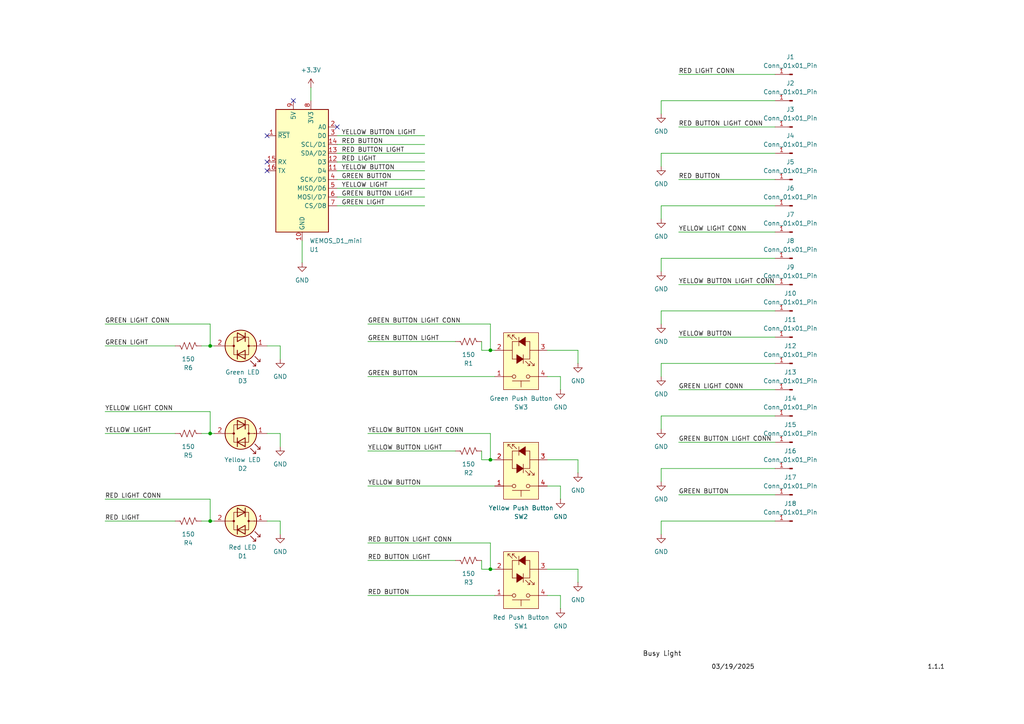
<source format=kicad_sch>
(kicad_sch (version 20250114) (generator "eeschema") (generator_version "9.0")
  (paper "A4")
  (lib_symbols
    (symbol "Connector:Conn_01x01_Pin" (pin_names (offset 1.016) (hide yes))
      (property "Reference" "J" (at 0 2.54 0))
      (property "Value" "Conn_01x01_Pin" (at 0 -2.54 0))
      (symbol "Conn_01x01_Pin_1_1"
        (rectangle (start 0.8636 0.127) (end 0 -0.127) (stroke (width 0.1524)) (fill (type outline)))
        (polyline (pts (xy 1.27 0) (xy 0.8636 0)) (stroke (width 0.1524)))
        (pin passive line (at 5.08 0 180) (length 3.81) (name "Pin_1") (number "1"))
      )
    )
    (symbol "Device:LED_Dual_Bidirectional" (pin_names (offset 0) (hide yes))
      (property "Reference" "D" (at 0 5.715 0))
      (property "Value" "LED_Dual_Bidirectional" (at 0 -6.35 0))
      (symbol "LED_Dual_Bidirectional_0_1"
        (polyline (pts (xy -4.572 0) (xy -2.54 0)))
        (circle (center -2.032 0) (radius 0.254) (fill (type outline)))
        (polyline (pts (xy -2.032 0) (xy -2.54 0)))
        (polyline (pts (xy -1.016 3.81) (xy -1.016 1.27)) (stroke (width 0.254)))
        (polyline (pts (xy -1.016 -1.27) (xy -1.016 -3.81) (xy 1.27 -2.54) (xy -1.016 -1.27)) (stroke (width 0.254)))
        (circle (center 0 0) (radius 4.572) (stroke (width 0.254)) (fill (type background)))
        (polyline (pts (xy 1.27 3.81) (xy 1.27 1.27) (xy -1.016 2.54) (xy 1.27 3.81)) (stroke (width 0.254)))
        (polyline (pts (xy 1.27 -1.27) (xy 1.27 -3.81)) (stroke (width 0.254)))
        (polyline (pts (xy 2.286 2.54) (xy -2.032 2.54) (xy -2.032 -2.54) (xy 2.286 -2.54) (xy 2.286 2.54)))
        (circle (center 2.286 0) (radius 0.254) (fill (type outline)))
        (polyline (pts (xy 2.794 4.318) (xy 4.318 5.842) (xy 3.556 5.842)) (stroke (width 0.2032)))
        (polyline (pts (xy 4.064 3.048) (xy 5.588 4.572) (xy 4.826 4.572)) (stroke (width 0.2032)))
        (polyline (pts (xy 4.064 0) (xy 2.286 0)) (fill (type outline)))
        (polyline (pts (xy 4.318 5.842) (xy 4.318 5.08)) (stroke (width 0.2032)))
        (polyline (pts (xy 5.588 4.572) (xy 5.588 3.81)) (stroke (width 0.2032)))
      )
      (symbol "LED_Dual_Bidirectional_1_1"
        (pin input line (at -7.62 0 0) (length 3.048) (name "AK") (number "2"))
        (pin input line (at 7.62 0 180) (length 3.81) (name "KA") (number "1"))
      )
    )
    (symbol "Device:R_US" (pin_numbers (hide yes)) (pin_names (offset 0))
      (property "Reference" "R" (at 2.54 0 90))
      (property "Value" "R_US" (at -2.54 0 90))
      (symbol "R_US_0_1"
        (polyline (pts (xy 0 2.286) (xy 0 2.54)))
        (polyline (pts (xy 0 2.286) (xy 1.016 1.905) (xy 0 1.524) (xy -1.016 1.143) (xy 0 0.762)))
        (polyline (pts (xy 0 0.762) (xy 1.016 0.381) (xy 0 0) (xy -1.016 -0.381) (xy 0 -0.762)))
        (polyline (pts (xy 0 -0.762) (xy 1.016 -1.143) (xy 0 -1.524) (xy -1.016 -1.905) (xy 0 -2.286)))
        (polyline (pts (xy 0 -2.286) (xy 0 -2.54)))
      )
      (symbol "R_US_1_1"
        (pin passive line (at 0 3.81 270) (length 1.27) (name "~") (number "1"))
        (pin passive line (at 0 -3.81 90) (length 1.27) (name "~") (number "2"))
      )
    )
    (symbol "RF_Module:WEMOS_D1_mini"
      (property "Reference" "U" (at 3.81 19.05 0))
      (property "Value" "WEMOS_D1_mini" (at 1.27 -19.05 0))
      (symbol "WEMOS_D1_mini_1_1"
        (rectangle (start -7.62 17.78) (end 7.62 -17.78) (stroke (width 0.254)) (fill (type background)))
        (pin input line (at -10.16 10.16 0) (length 2.54) (name "~{RST}") (number "1"))
        (pin input line (at -10.16 2.54 0) (length 2.54) (name "RX") (number "15"))
        (pin output line (at -10.16 0 0) (length 2.54) (name "TX") (number "16"))
        (pin power_in line (at -2.54 20.32 270) (length 2.54) (name "5V") (number "9"))
        (pin power_in line (at 0 -20.32 90) (length 2.54) (name "GND") (number "10"))
        (pin power_out line (at 2.54 20.32 270) (length 2.54) (name "3V3") (number "8"))
        (pin input line (at 10.16 12.7 180) (length 2.54) (name "A0") (number "2"))
        (pin bidirectional line (at 10.16 10.16 180) (length 2.54) (name "D0") (number "3"))
        (pin bidirectional line (at 10.16 7.62 180) (length 2.54) (name "SCL/D1") (number "14"))
        (pin bidirectional line (at 10.16 5.08 180) (length 2.54) (name "SDA/D2") (number "13"))
        (pin bidirectional line (at 10.16 2.54 180) (length 2.54) (name "D3") (number "12"))
        (pin bidirectional line (at 10.16 0 180) (length 2.54) (name "D4") (number "11"))
        (pin bidirectional line (at 10.16 -2.54 180) (length 2.54) (name "SCK/D5") (number "4"))
        (pin bidirectional line (at 10.16 -5.08 180) (length 2.54) (name "MISO/D6") (number "5"))
        (pin bidirectional line (at 10.16 -7.62 180) (length 2.54) (name "MOSI/D7") (number "6"))
        (pin bidirectional line (at 10.16 -10.16 180) (length 2.54) (name "CS/D8") (number "7"))
      )
    )
    (symbol "Switch:SW_MEC_5G_2LED" (pin_names (offset 1.016) (hide yes))
      (property "Reference" "SW" (at 0 10.16 0))
      (property "Value" "SW_MEC_5G_2LED" (at 0 -8.89 0))
      (symbol "SW_MEC_5G_2LED_0_0"
        (polyline (pts (xy -5.08 5.08) (xy -2.54 5.08)))
        (polyline (pts (xy -5.08 -2.54) (xy -2.54 -2.54)))
        (polyline (pts (xy -3.81 -6.35) (xy -3.81 -6.985) (xy -3.175 -6.985)))
        (polyline (pts (xy -3.81 -6.985) (xy -2.54 -5.715)))
        (polyline (pts (xy -2.54 0) (xy -2.54 -5.08)))
        (polyline (pts (xy -2.54 -5.08) (xy 2.54 -5.08)))
        (polyline (pts (xy -2.54 -6.35) (xy -2.54 -6.985) (xy -1.905 -6.985)))
        (polyline (pts (xy -2.54 -6.985) (xy -1.27 -5.715)))
        (polyline (pts (xy -0.635 -3.81) (xy -0.635 -6.35)))
        (polyline (pts (xy -0.635 -5.08) (xy 1.27 -3.81) (xy 1.27 -6.35) (xy -0.635 -5.08)) (fill (type outline)))
        (polyline (pts (xy 0.635 1.27) (xy 0.635 -1.27)))
        (polyline (pts (xy 0.635 0) (xy -1.27 1.27) (xy -1.27 -1.27) (xy 0.635 0)) (fill (type outline)))
        (polyline (pts (xy 2.54 5.08) (xy 5.08 5.08)))
        (polyline (pts (xy 2.54 1.905) (xy 1.27 0.635)))
        (polyline (pts (xy 2.54 1.27) (xy 2.54 1.905) (xy 1.905 1.905)))
        (polyline (pts (xy 2.54 0) (xy -2.54 0)))
        (polyline (pts (xy 2.54 0) (xy 2.54 -5.08)))
        (polyline (pts (xy 3.81 1.905) (xy 2.54 0.635)))
        (polyline (pts (xy 3.81 1.27) (xy 3.81 1.905) (xy 3.175 1.905)))
        (polyline (pts (xy 5.08 -2.54) (xy 2.54 -2.54)))
      )
      (symbol "SW_MEC_5G_2LED_0_1"
        (circle (center -2.032 5.08) (radius 0.508))
        (polyline (pts (xy 0 6.35) (xy 0 8.128)))
        (circle (center 2.032 5.08) (radius 0.508))
        (polyline (pts (xy 2.54 6.35) (xy -2.54 6.35)))
        (pin passive line (at -7.62 5.08 0) (length 2.54) (name "1") (number "1"))
        (pin passive line (at -7.62 -2.54 0) (length 2.54) (name "2") (number "2"))
        (pin passive line (at 7.62 5.08 180) (length 2.54) (name "A") (number "4"))
        (pin passive line (at 7.62 -2.54 180) (length 2.54) (name "K") (number "3"))
      )
      (symbol "SW_MEC_5G_2LED_1_1"
        (rectangle (start -5.08 8.89) (end 5.08 -7.62) (fill (type background)))
      )
    )
    (symbol "power:+3.3V" (power) (pin_numbers (hide yes)) (pin_names (offset 0) (hide yes))
      (property "Value" "+3.3V" (at 0 3.556 0))
      (symbol "+3.3V_0_1"
        (polyline (pts (xy -0.762 1.27) (xy 0 2.54)))
        (polyline (pts (xy 0 2.54) (xy 0.762 1.27)))
        (polyline (pts (xy 0 0) (xy 0 2.54)))
      )
      (symbol "+3.3V_1_1"
        (pin power_in line (at 0 0 90) (length 0) (name "~") (number "1"))
      )
    )
    (symbol "power:GND" (power) (pin_numbers (hide yes)) (pin_names (offset 0) (hide yes))
      (property "Value" "GND" (at 0 -3.81 0))
      (symbol "GND_0_1"
        (polyline (pts (xy 0 0) (xy 0 -1.27) (xy 1.27 -1.27) (xy 0 -2.54) (xy -1.27 -1.27) (xy 0 -1.27)))
      )
      (symbol "GND_1_1"
        (pin power_in line (at 0 0 270) (length 0) (name "~") (number "1"))
      )
    )
  )
  (text "03/19/2025" (at 212.598 193.548 0) (effects (font (size 1.27 1.27))))
  (text "Busy Light" (at 192.024 189.738 0) (effects (font (size 1.397 1.397))))
  (text "1.1.1" (at 271.526 193.548 0) (effects (font (size 1.27 1.27))))
  (junction (at 60.96 125.73))
  (junction (at 142.24 165.1))
  (junction (at 60.96 151.13))
  (junction (at 60.96 100.33))
  (junction (at 142.24 133.35))
  (junction (at 142.24 101.6))
  (no_connect (at 85.09 29.21))
  (no_connect (at 77.47 46.99))
  (no_connect (at 97.79 36.83))
  (no_connect (at 77.47 49.53))
  (no_connect (at 77.47 39.37))
  (wire (pts (xy 30.48 119.38) (xy 60.96 119.38)))
  (wire (pts (xy 60.96 125.73) (xy 60.96 119.38)))
  (wire (pts (xy 60.96 151.13) (xy 60.96 144.78)))
  (wire (pts (xy 106.68 99.06) (xy 132.08 99.06)))
  (wire (pts (xy 58.42 125.73) (xy 60.96 125.73)))
  (wire (pts (xy 60.96 151.13) (xy 62.23 151.13)))
  (wire (pts (xy 139.7 162.56) (xy 139.7 165.1)))
  (wire (pts (xy 142.24 133.35) (xy 143.51 133.35)))
  (wire (pts (xy 97.79 46.99) (xy 123.19 46.99)))
  (wire (pts (xy 162.56 172.72) (xy 162.56 176.53)))
  (wire (pts (xy 139.7 130.81) (xy 139.7 133.35)))
  (wire (pts (xy 97.79 54.61) (xy 123.19 54.61)))
  (wire (pts (xy 106.68 172.72) (xy 143.51 172.72)))
  (wire (pts (xy 191.77 90.17) (xy 224.79 90.17)))
  (wire (pts (xy 191.77 74.93) (xy 224.79 74.93)))
  (wire (pts (xy 81.28 100.33) (xy 81.28 104.14)))
  (wire (pts (xy 191.77 151.13) (xy 191.77 154.94)))
  (wire (pts (xy 106.68 109.22) (xy 143.51 109.22)))
  (wire (pts (xy 60.96 100.33) (xy 62.23 100.33)))
  (wire (pts (xy 196.85 21.59) (xy 224.79 21.59)))
  (wire (pts (xy 81.28 151.13) (xy 81.28 154.94)))
  (wire (pts (xy 158.75 172.72) (xy 162.56 172.72)))
  (wire (pts (xy 77.47 100.33) (xy 81.28 100.33)))
  (wire (pts (xy 162.56 140.97) (xy 162.56 144.78)))
  (wire (pts (xy 158.75 140.97) (xy 162.56 140.97)))
  (wire (pts (xy 191.77 120.65) (xy 224.79 120.65)))
  (wire (pts (xy 97.79 41.91) (xy 123.19 41.91)))
  (wire (pts (xy 162.56 109.22) (xy 162.56 113.03)))
  (wire (pts (xy 142.24 165.1) (xy 142.24 157.48)))
  (wire (pts (xy 196.85 67.31) (xy 224.79 67.31)))
  (wire (pts (xy 58.42 151.13) (xy 60.96 151.13)))
  (wire (pts (xy 30.48 151.13) (xy 50.8 151.13)))
  (wire (pts (xy 58.42 100.33) (xy 60.96 100.33)))
  (wire (pts (xy 106.68 157.48) (xy 142.24 157.48)))
  (wire (pts (xy 142.24 101.6) (xy 142.24 93.98)))
  (wire (pts (xy 191.77 135.89) (xy 224.79 135.89)))
  (wire (pts (xy 191.77 29.21) (xy 224.79 29.21)))
  (wire (pts (xy 191.77 74.93) (xy 191.77 78.74)))
  (wire (pts (xy 87.63 69.85) (xy 87.63 76.2)))
  (wire (pts (xy 139.7 133.35) (xy 142.24 133.35)))
  (wire (pts (xy 30.48 125.73) (xy 50.8 125.73)))
  (wire (pts (xy 60.96 100.33) (xy 60.96 93.98)))
  (wire (pts (xy 167.64 165.1) (xy 167.64 168.91)))
  (wire (pts (xy 191.77 151.13) (xy 224.79 151.13)))
  (wire (pts (xy 142.24 101.6) (xy 143.51 101.6)))
  (wire (pts (xy 97.79 59.69) (xy 123.19 59.69)))
  (wire (pts (xy 191.77 105.41) (xy 191.77 109.22)))
  (wire (pts (xy 142.24 165.1) (xy 143.51 165.1)))
  (wire (pts (xy 191.77 90.17) (xy 191.77 93.98)))
  (wire (pts (xy 167.64 101.6) (xy 167.64 105.41)))
  (wire (pts (xy 191.77 59.69) (xy 224.79 59.69)))
  (wire (pts (xy 196.85 143.51) (xy 224.79 143.51)))
  (wire (pts (xy 191.77 44.45) (xy 191.77 48.26)))
  (wire (pts (xy 196.85 52.07) (xy 224.79 52.07)))
  (wire (pts (xy 139.7 99.06) (xy 139.7 101.6)))
  (wire (pts (xy 191.77 105.41) (xy 224.79 105.41)))
  (wire (pts (xy 30.48 100.33) (xy 50.8 100.33)))
  (wire (pts (xy 97.79 52.07) (xy 123.19 52.07)))
  (wire (pts (xy 142.24 133.35) (xy 142.24 125.73)))
  (wire (pts (xy 106.68 130.81) (xy 132.08 130.81)))
  (wire (pts (xy 60.96 125.73) (xy 62.23 125.73)))
  (wire (pts (xy 139.7 165.1) (xy 142.24 165.1)))
  (wire (pts (xy 97.79 49.53) (xy 123.19 49.53)))
  (wire (pts (xy 196.85 36.83) (xy 224.79 36.83)))
  (wire (pts (xy 158.75 165.1) (xy 167.64 165.1)))
  (wire (pts (xy 158.75 101.6) (xy 167.64 101.6)))
  (wire (pts (xy 196.85 97.79) (xy 224.79 97.79)))
  (wire (pts (xy 158.75 133.35) (xy 167.64 133.35)))
  (wire (pts (xy 158.75 109.22) (xy 162.56 109.22)))
  (wire (pts (xy 30.48 144.78) (xy 60.96 144.78)))
  (wire (pts (xy 97.79 39.37) (xy 123.19 39.37)))
  (wire (pts (xy 191.77 135.89) (xy 191.77 139.7)))
  (wire (pts (xy 81.28 125.73) (xy 81.28 129.54)))
  (wire (pts (xy 196.85 128.27) (xy 224.79 128.27)))
  (wire (pts (xy 30.48 93.98) (xy 60.96 93.98)))
  (wire (pts (xy 139.7 101.6) (xy 142.24 101.6)))
  (wire (pts (xy 191.77 120.65) (xy 191.77 124.46)))
  (wire (pts (xy 97.79 44.45) (xy 123.19 44.45)))
  (wire (pts (xy 97.79 57.15) (xy 123.19 57.15)))
  (wire (pts (xy 196.85 113.03) (xy 224.79 113.03)))
  (wire (pts (xy 196.85 82.55) (xy 224.79 82.55)))
  (wire (pts (xy 77.47 151.13) (xy 81.28 151.13)))
  (wire (pts (xy 77.47 125.73) (xy 81.28 125.73)))
  (wire (pts (xy 90.17 25.4) (xy 90.17 29.21)))
  (wire (pts (xy 106.68 93.98) (xy 142.24 93.98)))
  (wire (pts (xy 191.77 59.69) (xy 191.77 63.5)))
  (wire (pts (xy 167.64 133.35) (xy 167.64 137.16)))
  (wire (pts (xy 106.68 125.73) (xy 142.24 125.73)))
  (wire (pts (xy 106.68 162.56) (xy 132.08 162.56)))
  (wire (pts (xy 191.77 29.21) (xy 191.77 33.02)))
  (wire (pts (xy 191.77 44.45) (xy 224.79 44.45)))
  (wire (pts (xy 106.68 140.97) (xy 143.51 140.97)))
  (label "YELLOW LIGHT CONN" (at 30.48 119.38 0))
  (label "YELLOW LIGHT" (at 99.06 54.61 0))
  (label "YELLOW BUTTON LIGHT CONN" (at 106.68 125.73 0))
  (label "YELLOW BUTTON" (at 196.85 97.79 0))
  (label "GREEN LIGHT CONN" (at 196.85 113.03 0))
  (label "RED BUTTON LIGHT" (at 106.68 162.56 0))
  (label "RED LIGHT" (at 30.48 151.13 0))
  (label "YELLOW BUTTON" (at 106.68 140.97 0))
  (label "GREEN BUTTON LIGHT" (at 106.68 99.06 0))
  (label "RED BUTTON" (at 196.85 52.07 0))
  (label "YELLOW BUTTON LIGHT CONN" (at 196.85 82.55 0))
  (label "GREEN BUTTON" (at 196.85 143.51 0))
  (label "GREEN BUTTON" (at 106.68 109.22 0))
  (label "RED LIGHT CONN" (at 196.85 21.59 0))
  (label "RED BUTTON LIGHT CONN" (at 196.85 36.83 0))
  (label "YELLOW LIGHT" (at 30.48 125.73 0))
  (label "GREEN BUTTON LIGHT" (at 99.06 57.15 0))
  (label "YELLOW BUTTON LIGHT" (at 106.68 130.81 0))
  (label "GREEN BUTTON" (at 99.06 52.07 0))
  (label "GREEN LIGHT CONN" (at 30.48 93.98 0))
  (label "RED BUTTON" (at 99.06 41.91 0))
  (label "GREEN LIGHT" (at 30.48 100.33 0))
  (label "RED BUTTON" (at 106.68 172.72 0))
  (label "GREEN BUTTON LIGHT CONN" (at 106.68 93.98 0))
  (label "RED LIGHT CONN" (at 30.48 144.78 0))
  (label "RED BUTTON LIGHT" (at 99.06 44.45 0))
  (label "RED BUTTON LIGHT CONN" (at 106.68 157.48 0))
  (label "YELLOW BUTTON" (at 99.06 49.53 0))
  (label "YELLOW BUTTON LIGHT" (at 99.06 39.37 0))
  (label "RED LIGHT" (at 99.06 46.99 0))
  (label "YELLOW LIGHT CONN" (at 196.85 67.31 0))
  (label "GREEN BUTTON LIGHT CONN" (at 196.85 128.27 0))
  (label "GREEN LIGHT" (at 99.06 59.69 0))
  (symbol (lib_id "Device:LED_Dual_Bidirectional") (at 69.85 151.13 0) (mirror x) (unit 1) (on_board no)
    (property "Reference" "D1" (at 70.3453 161.29 0))
    (property "Value" "Red LED" (at 70.3453 158.75 0))
    (property "Footprint" "TerminalBlock_Phoenix:TerminalBlock_Phoenix_MKDS-1,5-6-5.08_1x06_P5.08mm_Horizontal" (effects (hide yes)))
    (property "Description" "Dual LED, bidirectional" (effects (hide yes)))
  )
  (symbol (lib_id "power:GND") (at 87.63 76.2 0) (unit 1)
    (property "Reference" "#PWR02" (effects (hide yes)))
    (property "Value" "GND" (at 87.63 81.28 0))
    (property "Description" "Power symbol creates a global label with name \"GND\" , ground" (effects (hide yes)))
  )
  (symbol (lib_id "power:GND") (at 191.77 78.74 0) (unit 1)
    (property "Reference" "#PWR017" (effects (hide yes)))
    (property "Value" "GND" (at 191.77 83.82 0))
    (property "Description" "Power symbol creates a global label with name \"GND\" , ground" (effects (hide yes)))
  )
  (symbol (lib_id "Connector:Conn_01x01_Pin") (at 229.87 67.31 0) (mirror y) (unit 1)
    (property "Reference" "J7" (at 229.235 62.23 0))
    (property "Value" "Conn_01x01_Pin" (at 229.235 64.77 0))
    (property "Footprint" "Connector_Pin:Pin_D1.3mm_L11.0mm" (effects (hide yes)))
    (property "Description" "Generic connector, single row, 01x01, script generated" (effects (hide yes)))
  )
  (symbol (lib_id "Device:R_US") (at 135.89 99.06 90) (mirror x) (unit 1)
    (property "Reference" "R1" (at 135.89 105.41 90))
    (property "Value" "150" (at 135.89 102.87 90))
    (property "Footprint" "Resistor_THT:R_Axial_DIN0204_L3.6mm_D1.6mm_P7.62mm_Horizontal" (effects (hide yes)))
    (property "Description" "Resistor, US symbol" (effects (hide yes)))
  )
  (symbol (lib_id "Connector:Conn_01x01_Pin") (at 229.87 105.41 0) (mirror y) (unit 1)
    (property "Reference" "J12" (at 229.235 100.33 0))
    (property "Value" "Conn_01x01_Pin" (at 229.235 102.87 0))
    (property "Footprint" "Connector_Pin:Pin_D1.3mm_L11.0mm" (effects (hide yes)))
    (property "Description" "Generic connector, single row, 01x01, script generated" (effects (hide yes)))
  )
  (symbol (lib_id "power:GND") (at 162.56 144.78 0) (unit 1)
    (property "Reference" "#PWR08" (effects (hide yes)))
    (property "Value" "GND" (at 162.56 149.86 0))
    (property "Description" "Power symbol creates a global label with name \"GND\" , ground" (effects (hide yes)))
  )
  (symbol (lib_id "Switch:SW_MEC_5G_2LED") (at 151.13 104.14 0) (mirror x) (unit 1) (on_board no)
    (property "Reference" "SW3" (at 151.13 118.11 0))
    (property "Value" "Green Push Button" (at 151.13 115.57 0))
    (property "Footprint" "TerminalBlock_Phoenix:TerminalBlock_Phoenix_MKDS-1,5-6-5.08_1x06_P5.08mm_Horizontal" (effects (hide yes)))
    (property "Datasheet" "http://www.apem.com/int/index.php?controller=attachment&id_attachment=488" (effects (hide yes)))
    (property "Description" "MEC 5G single pole normally-open illuminated tactile switch with two LEDs" (effects (hide yes)))
  )
  (symbol (lib_id "power:GND") (at 167.64 137.16 0) (unit 1)
    (property "Reference" "#PWR09" (effects (hide yes)))
    (property "Value" "GND" (at 167.64 142.24 0))
    (property "Description" "Power symbol creates a global label with name \"GND\" , ground" (effects (hide yes)))
  )
  (symbol (lib_id "Connector:Conn_01x01_Pin") (at 229.87 59.69 0) (mirror y) (unit 1)
    (property "Reference" "J6" (at 229.235 54.61 0))
    (property "Value" "Conn_01x01_Pin" (at 229.235 57.15 0))
    (property "Footprint" "Connector_Pin:Pin_D1.3mm_L11.0mm" (effects (hide yes)))
    (property "Description" "Generic connector, single row, 01x01, script generated" (effects (hide yes)))
  )
  (symbol (lib_id "Device:R_US") (at 54.61 125.73 90) (mirror x) (unit 1)
    (property "Reference" "R5" (at 54.61 132.08 90))
    (property "Value" "150" (at 54.61 129.54 90))
    (property "Footprint" "Resistor_THT:R_Axial_DIN0204_L3.6mm_D1.6mm_P7.62mm_Horizontal" (effects (hide yes)))
    (property "Description" "Resistor, US symbol" (effects (hide yes)))
  )
  (symbol (lib_id "Switch:SW_MEC_5G_2LED") (at 151.13 167.64 0) (mirror x) (unit 1) (on_board no)
    (property "Reference" "SW1" (at 151.13 181.61 0))
    (property "Value" "Red Push Button" (at 151.13 179.07 0))
    (property "Footprint" "TerminalBlock_Phoenix:TerminalBlock_Phoenix_MKDS-1,5-6-5.08_1x06_P5.08mm_Horizontal" (effects (hide yes)))
    (property "Datasheet" "http://www.apem.com/int/index.php?controller=attachment&id_attachment=488" (effects (hide yes)))
    (property "Description" "MEC 5G single pole normally-open illuminated tactile switch with two LEDs" (effects (hide yes)))
  )
  (symbol (lib_id "power:GND") (at 191.77 93.98 0) (unit 1)
    (property "Reference" "#PWR018" (effects (hide yes)))
    (property "Value" "GND" (at 191.77 99.06 0))
    (property "Description" "Power symbol creates a global label with name \"GND\" , ground" (effects (hide yes)))
  )
  (symbol (lib_id "power:GND") (at 191.77 33.02 0) (unit 1)
    (property "Reference" "#PWR013" (effects (hide yes)))
    (property "Value" "GND" (at 191.77 38.1 0))
    (property "Description" "Power symbol creates a global label with name \"GND\" , ground" (effects (hide yes)))
  )
  (symbol (lib_id "power:+3.3V") (at 90.17 25.4 0) (unit 1)
    (property "Reference" "#PWR01" (effects (hide yes)))
    (property "Value" "+3.3V" (at 90.17 20.32 0))
    (property "Description" "Power symbol creates a global label with name \"+3.3V\"" (effects (hide yes)))
  )
  (symbol (lib_id "Connector:Conn_01x01_Pin") (at 229.87 44.45 0) (mirror y) (unit 1)
    (property "Reference" "J4" (at 229.235 39.37 0))
    (property "Value" "Conn_01x01_Pin" (at 229.235 41.91 0))
    (property "Footprint" "Connector_Pin:Pin_D1.3mm_L11.0mm" (effects (hide yes)))
    (property "Description" "Generic connector, single row, 01x01, script generated" (effects (hide yes)))
  )
  (symbol (lib_id "Connector:Conn_01x01_Pin") (at 229.87 36.83 0) (mirror y) (unit 1)
    (property "Reference" "J3" (at 229.235 31.75 0))
    (property "Value" "Conn_01x01_Pin" (at 229.235 34.29 0))
    (property "Footprint" "Connector_Pin:Pin_D1.3mm_L11.0mm" (effects (hide yes)))
    (property "Description" "Generic connector, single row, 01x01, script generated" (effects (hide yes)))
  )
  (symbol (lib_id "power:GND") (at 81.28 154.94 0) (unit 1)
    (property "Reference" "#PWR05" (effects (hide yes)))
    (property "Value" "GND" (at 81.28 160.02 0))
    (property "Description" "Power symbol creates a global label with name \"GND\" , ground" (effects (hide yes)))
  )
  (symbol (lib_id "power:GND") (at 191.77 63.5 0) (unit 1)
    (property "Reference" "#PWR016" (effects (hide yes)))
    (property "Value" "GND" (at 191.77 68.58 0))
    (property "Description" "Power symbol creates a global label with name \"GND\" , ground" (effects (hide yes)))
  )
  (symbol (lib_id "power:GND") (at 191.77 139.7 0) (unit 1)
    (property "Reference" "#PWR021" (effects (hide yes)))
    (property "Value" "GND" (at 191.77 144.78 0))
    (property "Description" "Power symbol creates a global label with name \"GND\" , ground" (effects (hide yes)))
  )
  (symbol (lib_id "Connector:Conn_01x01_Pin") (at 229.87 74.93 0) (mirror y) (unit 1)
    (property "Reference" "J8" (at 229.235 69.85 0))
    (property "Value" "Conn_01x01_Pin" (at 229.235 72.39 0))
    (property "Footprint" "Connector_Pin:Pin_D1.3mm_L11.0mm" (effects (hide yes)))
    (property "Description" "Generic connector, single row, 01x01, script generated" (effects (hide yes)))
  )
  (symbol (lib_id "power:GND") (at 191.77 124.46 0) (unit 1)
    (property "Reference" "#PWR020" (effects (hide yes)))
    (property "Value" "GND" (at 191.77 129.54 0))
    (property "Description" "Power symbol creates a global label with name \"GND\" , ground" (effects (hide yes)))
  )
  (symbol (lib_id "power:GND") (at 191.77 48.26 0) (unit 1)
    (property "Reference" "#PWR015" (effects (hide yes)))
    (property "Value" "GND" (at 191.77 53.34 0))
    (property "Description" "Power symbol creates a global label with name \"GND\" , ground" (effects (hide yes)))
  )
  (symbol (lib_id "Device:R_US") (at 135.89 162.56 90) (mirror x) (unit 1)
    (property "Reference" "R3" (at 135.89 168.91 90))
    (property "Value" "150" (at 135.89 166.37 90))
    (property "Footprint" "Resistor_THT:R_Axial_DIN0204_L3.6mm_D1.6mm_P7.62mm_Horizontal" (effects (hide yes)))
    (property "Description" "Resistor, US symbol" (effects (hide yes)))
  )
  (symbol (lib_id "Connector:Conn_01x01_Pin") (at 229.87 113.03 0) (mirror y) (unit 1)
    (property "Reference" "J13" (at 229.235 107.95 0))
    (property "Value" "Conn_01x01_Pin" (at 229.235 110.49 0))
    (property "Footprint" "Connector_Pin:Pin_D1.3mm_L11.0mm" (effects (hide yes)))
    (property "Description" "Generic connector, single row, 01x01, script generated" (effects (hide yes)))
  )
  (symbol (lib_id "Connector:Conn_01x01_Pin") (at 229.87 151.13 0) (mirror y) (unit 1)
    (property "Reference" "J18" (at 229.235 146.05 0))
    (property "Value" "Conn_01x01_Pin" (at 229.235 148.59 0))
    (property "Footprint" "Connector_Pin:Pin_D1.3mm_L11.0mm" (effects (hide yes)))
    (property "Description" "Generic connector, single row, 01x01, script generated" (effects (hide yes)))
  )
  (symbol (lib_id "Connector:Conn_01x01_Pin") (at 229.87 21.59 0) (mirror y) (unit 1)
    (property "Reference" "J1" (at 229.235 16.51 0))
    (property "Value" "Conn_01x01_Pin" (at 229.235 19.05 0))
    (property "Footprint" "Connector_Pin:Pin_D1.3mm_L11.0mm" (effects (hide yes)))
    (property "Description" "Generic connector, single row, 01x01, script generated" (effects (hide yes)))
  )
  (symbol (lib_id "Device:R_US") (at 54.61 100.33 90) (mirror x) (unit 1)
    (property "Reference" "R6" (at 54.61 106.68 90))
    (property "Value" "150" (at 54.61 104.14 90))
    (property "Footprint" "Resistor_THT:R_Axial_DIN0204_L3.6mm_D1.6mm_P7.62mm_Horizontal" (effects (hide yes)))
    (property "Description" "Resistor, US symbol" (effects (hide yes)))
  )
  (symbol (lib_id "Connector:Conn_01x01_Pin") (at 229.87 97.79 0) (mirror y) (unit 1)
    (property "Reference" "J11" (at 229.235 92.71 0))
    (property "Value" "Conn_01x01_Pin" (at 229.235 95.25 0))
    (property "Footprint" "Connector_Pin:Pin_D1.3mm_L11.0mm" (effects (hide yes)))
    (property "Description" "Generic connector, single row, 01x01, script generated" (effects (hide yes)))
  )
  (symbol (lib_id "Connector:Conn_01x01_Pin") (at 229.87 128.27 0) (mirror y) (unit 1)
    (property "Reference" "J15" (at 229.235 123.19 0))
    (property "Value" "Conn_01x01_Pin" (at 229.235 125.73 0))
    (property "Footprint" "Connector_Pin:Pin_D1.3mm_L11.0mm" (effects (hide yes)))
    (property "Description" "Generic connector, single row, 01x01, script generated" (effects (hide yes)))
  )
  (symbol (lib_id "Device:R_US") (at 135.89 130.81 90) (mirror x) (unit 1)
    (property "Reference" "R2" (at 135.89 137.16 90))
    (property "Value" "150" (at 135.89 134.62 90))
    (property "Footprint" "Resistor_THT:R_Axial_DIN0204_L3.6mm_D1.6mm_P7.62mm_Horizontal" (effects (hide yes)))
    (property "Description" "Resistor, US symbol" (effects (hide yes)))
  )
  (symbol (lib_id "power:GND") (at 167.64 168.91 0) (unit 1)
    (property "Reference" "#PWR07" (effects (hide yes)))
    (property "Value" "GND" (at 167.64 173.99 0))
    (property "Description" "Power symbol creates a global label with name \"GND\" , ground" (effects (hide yes)))
  )
  (symbol (lib_id "Device:LED_Dual_Bidirectional") (at 69.85 125.73 0) (mirror x) (unit 1) (on_board no)
    (property "Reference" "D2" (at 70.3453 135.89 0))
    (property "Value" "Yellow LED" (at 70.3453 133.35 0))
    (property "Footprint" "TerminalBlock_Phoenix:TerminalBlock_Phoenix_MKDS-1,5-6-5.08_1x06_P5.08mm_Horizontal" (effects (hide yes)))
    (property "Description" "Dual LED, bidirectional" (effects (hide yes)))
  )
  (symbol (lib_id "RF_Module:WEMOS_D1_mini") (at 87.63 49.53 0) (unit 1)
    (property "Reference" "U1" (at 89.7733 72.39 0) (effects (justify left)))
    (property "Value" "WEMOS_D1_mini" (at 89.7733 69.85 0) (effects (justify left)))
    (property "Footprint" "RF_Module:WEMOS_D1_mini_light" (effects (hide yes)))
    (property "Datasheet" "https://wiki.wemos.cc/products:d1:d1_mini#documentation" (effects (hide yes)))
    (property "Description" "32-bit microcontroller module with WiFi" (effects (hide yes)))
  )
  (symbol (lib_id "power:GND") (at 81.28 129.54 0) (unit 1)
    (property "Reference" "#PWR04" (effects (hide yes)))
    (property "Value" "GND" (at 81.28 134.62 0))
    (property "Description" "Power symbol creates a global label with name \"GND\" , ground" (effects (hide yes)))
  )
  (symbol (lib_id "power:GND") (at 81.28 104.14 0) (unit 1)
    (property "Reference" "#PWR03" (effects (hide yes)))
    (property "Value" "GND" (at 81.28 109.22 0))
    (property "Description" "Power symbol creates a global label with name \"GND\" , ground" (effects (hide yes)))
  )
  (symbol (lib_id "power:GND") (at 191.77 154.94 0) (unit 1)
    (property "Reference" "#PWR022" (effects (hide yes)))
    (property "Value" "GND" (at 191.77 160.02 0))
    (property "Description" "Power symbol creates a global label with name \"GND\" , ground" (effects (hide yes)))
  )
  (symbol (lib_id "Connector:Conn_01x01_Pin") (at 229.87 143.51 0) (mirror y) (unit 1)
    (property "Reference" "J17" (at 229.235 138.43 0))
    (property "Value" "Conn_01x01_Pin" (at 229.235 140.97 0))
    (property "Footprint" "Connector_Pin:Pin_D1.3mm_L11.0mm" (effects (hide yes)))
    (property "Description" "Generic connector, single row, 01x01, script generated" (effects (hide yes)))
  )
  (symbol (lib_id "power:GND") (at 167.64 105.41 0) (unit 1)
    (property "Reference" "#PWR011" (effects (hide yes)))
    (property "Value" "GND" (at 167.64 110.49 0))
    (property "Description" "Power symbol creates a global label with name \"GND\" , ground" (effects (hide yes)))
  )
  (symbol (lib_id "Switch:SW_MEC_5G_2LED") (at 151.13 135.89 0) (mirror x) (unit 1) (on_board no)
    (property "Reference" "SW2" (at 151.13 149.86 0))
    (property "Value" "Yellow Push Button" (at 151.13 147.32 0))
    (property "Footprint" "TerminalBlock_Phoenix:TerminalBlock_Phoenix_MKDS-1,5-6-5.08_1x06_P5.08mm_Horizontal" (effects (hide yes)))
    (property "Datasheet" "http://www.apem.com/int/index.php?controller=attachment&id_attachment=488" (effects (hide yes)))
    (property "Description" "MEC 5G single pole normally-open illuminated tactile switch with two LEDs" (effects (hide yes)))
  )
  (symbol (lib_id "Connector:Conn_01x01_Pin") (at 229.87 120.65 0) (mirror y) (unit 1)
    (property "Reference" "J14" (at 229.235 115.57 0))
    (property "Value" "Conn_01x01_Pin" (at 229.235 118.11 0))
    (property "Footprint" "Connector_Pin:Pin_D1.3mm_L11.0mm" (effects (hide yes)))
    (property "Description" "Generic connector, single row, 01x01, script generated" (effects (hide yes)))
  )
  (symbol (lib_id "Connector:Conn_01x01_Pin") (at 229.87 82.55 0) (mirror y) (unit 1)
    (property "Reference" "J9" (at 229.235 77.47 0))
    (property "Value" "Conn_01x01_Pin" (at 229.235 80.01 0))
    (property "Footprint" "Connector_Pin:Pin_D1.3mm_L11.0mm" (effects (hide yes)))
    (property "Description" "Generic connector, single row, 01x01, script generated" (effects (hide yes)))
  )
  (symbol (lib_id "power:GND") (at 191.77 109.22 0) (unit 1)
    (property "Reference" "#PWR019" (effects (hide yes)))
    (property "Value" "GND" (at 191.77 114.3 0))
    (property "Description" "Power symbol creates a global label with name \"GND\" , ground" (effects (hide yes)))
  )
  (symbol (lib_id "Connector:Conn_01x01_Pin") (at 229.87 52.07 0) (mirror y) (unit 1)
    (property "Reference" "J5" (at 229.235 46.99 0))
    (property "Value" "Conn_01x01_Pin" (at 229.235 49.53 0))
    (property "Footprint" "Connector_Pin:Pin_D1.3mm_L11.0mm" (effects (hide yes)))
    (property "Description" "Generic connector, single row, 01x01, script generated" (effects (hide yes)))
  )
  (symbol (lib_id "Connector:Conn_01x01_Pin") (at 229.87 135.89 0) (mirror y) (unit 1)
    (property "Reference" "J16" (at 229.235 130.81 0))
    (property "Value" "Conn_01x01_Pin" (at 229.235 133.35 0))
    (property "Footprint" "Connector_Pin:Pin_D1.3mm_L11.0mm" (effects (hide yes)))
    (property "Description" "Generic connector, single row, 01x01, script generated" (effects (hide yes)))
  )
  (symbol (lib_id "Connector:Conn_01x01_Pin") (at 229.87 29.21 0) (mirror y) (unit 1)
    (property "Reference" "J2" (at 229.235 24.13 0))
    (property "Value" "Conn_01x01_Pin" (at 229.235 26.67 0))
    (property "Footprint" "Connector_Pin:Pin_D1.3mm_L11.0mm" (effects (hide yes)))
    (property "Description" "Generic connector, single row, 01x01, script generated" (effects (hide yes)))
  )
  (symbol (lib_id "power:GND") (at 162.56 113.03 0) (unit 1)
    (property "Reference" "#PWR010" (effects (hide yes)))
    (property "Value" "GND" (at 162.56 118.11 0))
    (property "Description" "Power symbol creates a global label with name \"GND\" , ground" (effects (hide yes)))
  )
  (symbol (lib_id "Device:LED_Dual_Bidirectional") (at 69.85 100.33 0) (mirror x) (unit 1) (on_board no)
    (property "Reference" "D3" (at 70.3453 110.49 0))
    (property "Value" "Green LED" (at 70.3453 107.95 0))
    (property "Footprint" "TerminalBlock_Phoenix:TerminalBlock_Phoenix_MKDS-1,5-6-5.08_1x06_P5.08mm_Horizontal" (effects (hide yes)))
    (property "Description" "Dual LED, bidirectional" (effects (hide yes)))
  )
  (symbol (lib_id "Connector:Conn_01x01_Pin") (at 229.87 90.17 0) (mirror y) (unit 1)
    (property "Reference" "J10" (at 229.235 85.09 0))
    (property "Value" "Conn_01x01_Pin" (at 229.235 87.63 0))
    (property "Footprint" "Connector_Pin:Pin_D1.3mm_L11.0mm" (effects (hide yes)))
    (property "Description" "Generic connector, single row, 01x01, script generated" (effects (hide yes)))
  )
  (symbol (lib_id "Device:R_US") (at 54.61 151.13 90) (mirror x) (unit 1)
    (property "Reference" "R4" (at 54.61 157.48 90))
    (property "Value" "150" (at 54.61 154.94 90))
    (property "Footprint" "Resistor_THT:R_Axial_DIN0204_L3.6mm_D1.6mm_P7.62mm_Horizontal" (effects (hide yes)))
    (property "Description" "Resistor, US symbol" (effects (hide yes)))
  )
  (symbol (lib_id "power:GND") (at 162.56 176.53 0) (unit 1)
    (property "Reference" "#PWR06" (effects (hide yes)))
    (property "Value" "GND" (at 162.56 181.61 0))
    (property "Description" "Power symbol creates a global label with name \"GND\" , ground" (effects (hide yes)))
  )
)
</source>
